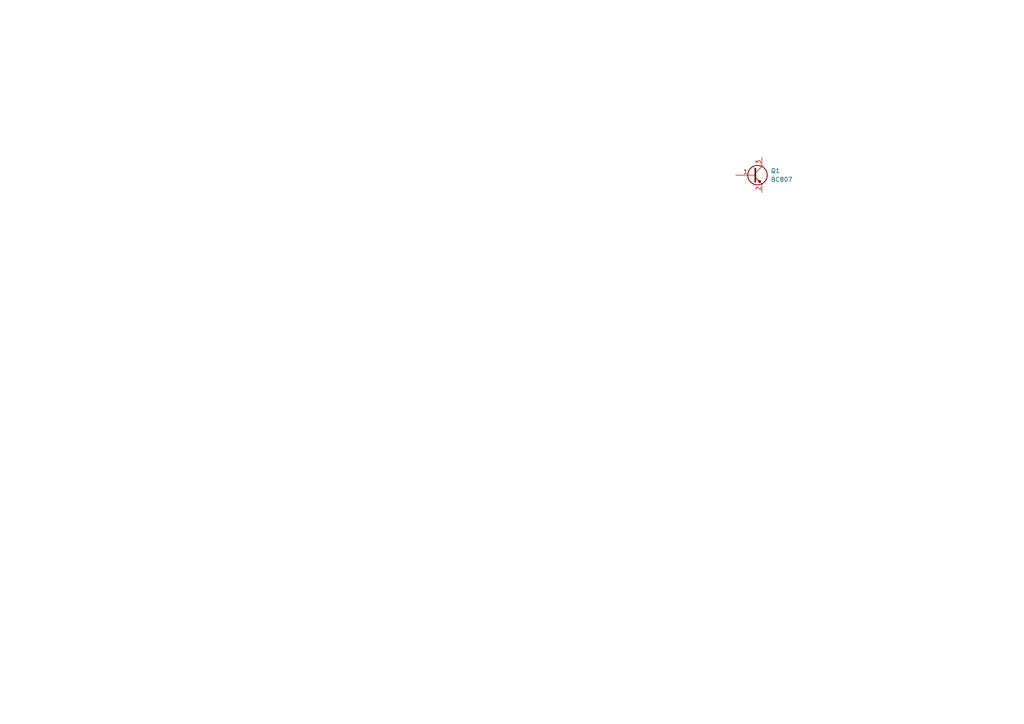
<source format=kicad_sch>
(kicad_sch (version 20230121) (generator eeschema)
  (paper "A4")
  (lib_symbols
    (symbol "Transistor_BJT:BC807" (pin_names (offset 0) hide)
      (property "Reference" "Q" (at 5.08 1.905 0))
      (property "Value" "BC807" (at 5.08 0 0))
      (symbol "BC807_0_1"
        (polyline (pts (xy 0.635 0.635) (xy 2.54 2.54)))
        (polyline (pts (xy 0.635 -0.635) (xy 2.54 -2.54) (xy 2.54 -2.54)))
        (polyline (pts (xy 0.635 1.905) (xy 0.635 -1.905) (xy 0.635 -1.905)) (stroke (width 0.508)))
        (polyline (pts (xy 2.286 -1.778) (xy 1.778 -2.286) (xy 1.27 -1.27) (xy 2.286 -1.778) (xy 2.286 -1.778)) (fill (type outline)))
        (circle (center 1.27 0) (radius 2.8194) (stroke (width 0.254)))
      )
      (symbol "BC807_1_1"
        (pin input line (at -5.08 0 0) (length 5.715) (name "B") (number "1"))
        (pin passive line (at 2.54 -5.08 90) (length 2.54) (name "E") (number "2"))
        (pin passive line (at 2.54 5.08 270) (length 2.54) (name "C") (number "3"))
      )
    )
  )
  (symbol (lib_id "Transistor_BJT:BC807") (at 218.44 50.8 0) (unit 1)
    (property "Reference" "Q1" (at 223.52 49.53 0) (effects (justify left)))
    (property "Value" "BC807" (at 223.52 52.07 0) (effects (justify left)))
    (property "Footprint" "Package_TO_SOT_SMD:SOT-23" (effects hide))
    (property "Datasheet" "https://www.onsemi.com/pub/Collateral/BC808-D.pdf" (effects hide))
  )
)
</source>
